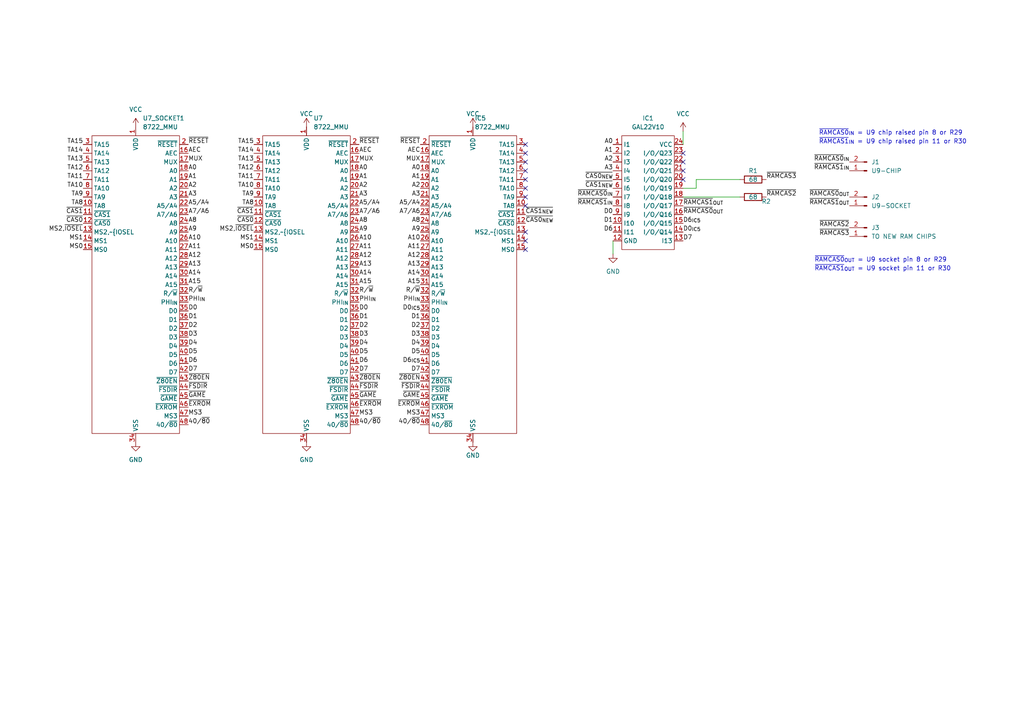
<source format=kicad_sch>
(kicad_sch (version 20211123) (generator eeschema)
  (paper "A4")
  (title_block (title "+256K C128 MMU RAM Expansion") (date "2022-06-22") (rev "1.1") (comment 3 "based on original design by Marko Makela") (comment 4 "Maciej Witkowiak"))
  (lib_symbols
    (symbol "C128_CHIPS:8722_MMU"
      (property "Reference" "U" (at -10.16 49.53 0))
      (property "Value" "8722_MMU" (at 0 0 0))
      (symbol "8722_MMU_0_1"
        (rectangle (start -12.7 48.26) (end 12.7 -38.1))
      )
      (symbol "8722_MMU_1_1"
        (pin power_in line (at 0 50.8 270) (length 2.54) (name "VDD") (number "1"))
        (pin tri_state line (at -15.24 27.94 0) (length 2.54) (name "TA8") (number "10"))
        (pin output line (at -15.24 25.4 0) (length 2.54) (name "~{CAS1}") (number "11"))
        (pin output line (at -15.24 22.86 0) (length 2.54) (name "~{CAS0}") (number "12"))
        (pin output line (at -15.24 20.32 0) (length 2.54) (name "MS2,~{IOSEL") (number "13"))
        (pin output line (at -15.24 17.78 0) (length 2.54) (name "MS1") (number "14"))
        (pin output line (at -15.24 15.24 0) (length 2.54) (name "MS0") (number "15"))
        (pin input line (at 15.24 43.18 180) (length 2.54) (name "AEC") (number "16"))
        (pin input line (at 15.24 40.64 180) (length 2.54) (name "MUX") (number "17"))
        (pin input line (at 15.24 38.1 180) (length 2.54) (name "A0") (number "18"))
        (pin input line (at 15.24 35.56 180) (length 2.54) (name "A1") (number "19"))
        (pin input line (at 15.24 45.72 180) (length 2.54) (name "~{RESET}") (number "2"))
        (pin input line (at 15.24 33.02 180) (length 2.54) (name "A2") (number "20"))
        (pin input line (at 15.24 30.48 180) (length 2.54) (name "A3") (number "21"))
        (pin input line (at 15.24 27.94 180) (length 2.54) (name "A5/A4") (number "22"))
        (pin input line (at 15.24 25.4 180) (length 2.54) (name "A7/A6") (number "23"))
        (pin input line (at 15.24 22.86 180) (length 2.54) (name "A8") (number "24"))
        (pin input line (at 15.24 20.32 180) (length 2.54) (name "A9") (number "25"))
        (pin input line (at 15.24 17.78 180) (length 2.54) (name "A10") (number "26"))
        (pin input line (at 15.24 15.24 180) (length 2.54) (name "A11") (number "27"))
        (pin input line (at 15.24 12.7 180) (length 2.54) (name "A12") (number "28"))
        (pin input line (at 15.24 10.16 180) (length 2.54) (name "A13") (number "29"))
        (pin tri_state line (at -15.24 45.72 0) (length 2.54) (name "TA15") (number "3"))
        (pin input line (at 15.24 7.62 180) (length 2.54) (name "A14") (number "30"))
        (pin input line (at 15.24 5.08 180) (length 2.54) (name "A15") (number "31"))
        (pin input line (at 15.24 2.54 180) (length 2.54) (name "R/~{W}") (number "32"))
        (pin input line (at 15.24 0 180) (length 2.54) (name "PHI_{IN}") (number "33"))
        (pin power_in line (at 0 -40.64 90) (length 2.54) (name "VSS") (number "34"))
        (pin bidirectional line (at 15.24 -2.54 180) (length 2.54) (name "D0") (number "35"))
        (pin bidirectional line (at 15.24 -5.08 180) (length 2.54) (name "D1") (number "36"))
        (pin bidirectional line (at 15.24 -7.62 180) (length 2.54) (name "D2") (number "37"))
        (pin bidirectional line (at 15.24 -10.16 180) (length 2.54) (name "D3") (number "38"))
        (pin bidirectional line (at 15.24 -12.7 180) (length 2.54) (name "D4") (number "39"))
        (pin tri_state line (at -15.24 43.18 0) (length 2.54) (name "TA14") (number "4"))
        (pin bidirectional line (at 15.24 -15.24 180) (length 2.54) (name "D5") (number "40"))
        (pin bidirectional line (at 15.24 -17.78 180) (length 2.54) (name "D6") (number "41"))
        (pin bidirectional line (at 15.24 -20.32 180) (length 2.54) (name "D7") (number "42"))
        (pin bidirectional line (at 15.24 -22.86 180) (length 2.54) (name "~{Z80EN}") (number "43"))
        (pin bidirectional line (at 15.24 -25.4 180) (length 2.54) (name "~{FSDIR}") (number "44"))
        (pin bidirectional line (at 15.24 -27.94 180) (length 2.54) (name "~{GAME}") (number "45"))
        (pin bidirectional line (at 15.24 -30.48 180) (length 2.54) (name "~{EXROM}") (number "46"))
        (pin bidirectional line (at 15.24 -33.02 180) (length 2.54) (name "MS3") (number "47"))
        (pin bidirectional line (at 15.24 -35.56 180) (length 2.54) (name "40/~{80}") (number "48"))
        (pin tri_state line (at -15.24 40.64 0) (length 2.54) (name "TA13") (number "5"))
        (pin tri_state line (at -15.24 38.1 0) (length 2.54) (name "TA12") (number "6"))
        (pin tri_state line (at -15.24 35.56 0) (length 2.54) (name "TA11") (number "7"))
        (pin tri_state line (at -15.24 33.02 0) (length 2.54) (name "TA10") (number "8"))
        (pin tri_state line (at -15.24 30.48 0) (length 2.54) (name "TA9") (number "9"))
      )
    )
    (symbol "C128_CHIPS:GAL22V10"
      (property "Reference" "U" (at 0 0 0))
      (property "Value" "GAL22V10" (at 2.54 -35.56 0))
      (symbol "GAL22V10_0_1"
        (rectangle (start -7.62 -1.27) (end 7.62 -34.29))
      )
      (symbol "GAL22V10_1_1"
        (pin input line (at -10.16 -3.81 0) (length 2.54) (name "I1") (number "1"))
        (pin input line (at -10.16 -26.67 0) (length 2.54) (name "I10") (number "10"))
        (pin input line (at -10.16 -29.21 0) (length 2.54) (name "I11") (number "11"))
        (pin power_in line (at -10.16 -31.75 0) (length 2.54) (name "GND") (number "12"))
        (pin input line (at 10.16 -31.75 180) (length 2.54) (name "I13") (number "13"))
        (pin bidirectional line (at 10.16 -29.21 180) (length 2.54) (name "I/O/Q14") (number "14"))
        (pin bidirectional line (at 10.16 -26.67 180) (length 2.54) (name "I/O/Q15") (number "15"))
        (pin bidirectional line (at 10.16 -24.13 180) (length 2.54) (name "I/O/Q16") (number "16"))
        (pin bidirectional line (at 10.16 -21.59 180) (length 2.54) (name "I/O/Q17") (number "17"))
        (pin bidirectional line (at 10.16 -19.05 180) (length 2.54) (name "I/O/Q18") (number "18"))
        (pin bidirectional line (at 10.16 -16.51 180) (length 2.54) (name "I/O/Q19") (number "19"))
        (pin input line (at -10.16 -6.35 0) (length 2.54) (name "I2") (number "2"))
        (pin bidirectional line (at 10.16 -13.97 180) (length 2.54) (name "I/O/Q20") (number "20"))
        (pin bidirectional line (at 10.16 -11.43 180) (length 2.54) (name "I/O/Q21") (number "21"))
        (pin bidirectional line (at 10.16 -8.89 180) (length 2.54) (name "I/O/Q22") (number "22"))
        (pin bidirectional line (at 10.16 -6.35 180) (length 2.54) (name "I/O/Q23") (number "23"))
        (pin power_in line (at 10.16 -3.81 180) (length 2.54) (name "VCC") (number "24"))
        (pin input line (at -10.16 -8.89 0) (length 2.54) (name "I3") (number "3"))
        (pin input line (at -10.16 -11.43 0) (length 2.54) (name "I4") (number "4"))
        (pin input line (at -10.16 -13.97 0) (length 2.54) (name "I5") (number "5"))
        (pin input line (at -10.16 -16.51 0) (length 2.54) (name "I6") (number "6"))
        (pin input line (at -10.16 -19.05 0) (length 2.54) (name "I7") (number "7"))
        (pin input line (at -10.16 -21.59 0) (length 2.54) (name "I8") (number "8"))
        (pin input line (at -10.16 -24.13 0) (length 2.54) (name "I9") (number "9"))
      )
    )
    (symbol "Connector:Conn_01x02_Male" (pin_names (offset 1.016) hide)
      (property "Reference" "J" (at 0 2.54 0))
      (property "Value" "Conn_01x02_Male" (at 0 -5.08 0))
      (symbol "Conn_01x02_Male_1_1"
        (polyline (pts (xy 1.27 -2.54) (xy 0.8636 -2.54)) (stroke (width 0.1524)))
        (polyline (pts (xy 1.27 0) (xy 0.8636 0)) (stroke (width 0.1524)))
        (rectangle (start 0.8636 -2.413) (end 0 -2.667) (stroke (width 0.1524)) (fill (type outline)))
        (rectangle (start 0.8636 0.127) (end 0 -0.127) (stroke (width 0.1524)) (fill (type outline)))
        (pin passive line (at 5.08 0 180) (length 3.81) (name "Pin_1") (number "1"))
        (pin passive line (at 5.08 -2.54 180) (length 3.81) (name "Pin_2") (number "2"))
      )
    )
    (symbol "Device:R" (pin_numbers hide) (pin_names (offset 0))
      (property "Reference" "R" (at 2.032 0 90))
      (property "Value" "R" (at 0 0 90))
      (symbol "R_0_1"
        (rectangle (start -1.016 -2.54) (end 1.016 2.54) (stroke (width 0.254)))
      )
      (symbol "R_1_1"
        (pin passive line (at 0 3.81 270) (length 1.27) (name "~") (number "1"))
        (pin passive line (at 0 -3.81 90) (length 1.27) (name "~") (number "2"))
      )
    )
    (symbol "power:GND" (power) (pin_names (offset 0))
      (property "Value" "GND" (at 0 -3.81 0))
      (symbol "GND_0_1"
        (polyline (pts (xy 0 0) (xy 0 -1.27) (xy 1.27 -1.27) (xy 0 -2.54) (xy -1.27 -1.27) (xy 0 -1.27)))
      )
      (symbol "GND_1_1"
        (pin power_in line (at 0 0 270) (length 0) hide (name "GND") (number "1"))
      )
    )
    (symbol "power:VCC" (power) (pin_names (offset 0))
      (property "Value" "VCC" (at 0 3.81 0))
      (symbol "VCC_0_1"
        (polyline (pts (xy -0.762 1.27) (xy 0 2.54)))
        (polyline (pts (xy 0 0) (xy 0 2.54)))
        (polyline (pts (xy 0 2.54) (xy 0.762 1.27)))
      )
      (symbol "VCC_1_1"
        (pin power_in line (at 0 0 90) (length 0) hide (name "VCC") (number "1"))
      )
    )
  )
  (no_connect (at 198.12 52.07))
  (no_connect (at 198.12 49.53))
  (no_connect (at 198.12 46.99))
  (no_connect (at 198.12 44.45))
  (no_connect (at 152.4 52.07))
  (no_connect (at 152.4 44.45))
  (no_connect (at 152.4 41.91))
  (no_connect (at 152.4 46.99))
  (no_connect (at 152.4 72.39))
  (no_connect (at 152.4 69.85))
  (no_connect (at 152.4 67.31))
  (no_connect (at 152.4 59.69))
  (no_connect (at 152.4 57.15))
  (no_connect (at 152.4 54.61))
  (no_connect (at 152.4 49.53))
  (wire (pts (xy 198.12 54.61) (xy 201.93 54.61)))
  (wire (pts (xy 201.93 52.07) (xy 214.63 52.07)))
  (wire (pts (xy 201.93 54.61) (xy 201.93 52.07)))
  (wire (pts (xy 177.8 69.85) (xy 177.8 73.66)))
  (wire (pts (xy 198.12 38.1) (xy 198.12 41.91)))
  (wire (pts (xy 198.12 57.15) (xy 214.63 57.15)))
  (text "~{RAMCAS1}_{OUT} = U9 socket pin 11 or R30" (at 236.22 78.74 0) (effects (font (size 1.27 1.27)) (justify left bottom)))
  (text "~{RAMCAS0}_{OUT} = U9 socket pin 8 or R29" (at 236.22 76.2 0) (effects (font (size 1.27 1.27)) (justify left bottom)))
  (text "~{RAMCAS1}_{IN} = U9 chip raised pin 11 or R30" (at 237.49 41.91 0) (effects (font (size 1.27 1.27)) (justify left bottom)))
  (text "~{RAMCAS0}_{IN} = U9 chip raised pin 8 or R29" (at 237.49 39.37 0) (effects (font (size 1.27 1.27)) (justify left bottom)))
  (label "A12" (at 54.61 74.93 0))
  (label "A0" (at 177.8 41.91 180))
  (label "TA12" (at 73.66 49.53 180))
  (label "D1" (at 121.92 92.71 180))
  (label "MS0" (at 24.13 72.39 180))
  (label "D2" (at 121.92 95.25 180))
  (label "~{CAS1_{NEW}}" (at 177.8 54.61 180))
  (label "D0_{IC5}" (at 121.92 90.17 180))
  (label "TA9" (at 73.66 57.15 180))
  (label "~{CAS0}" (at 24.13 64.77 180))
  (label "~{Z80EN}" (at 121.92 110.49 180))
  (label "MUX" (at 104.14 46.99 0))
  (label "D1" (at 177.8 64.77 180))
  (label "TA13" (at 24.13 46.99 180))
  (label "40{slash}~{80}" (at 121.92 123.19 180))
  (label "A8" (at 54.61 64.77 0))
  (label "AEC" (at 54.61 44.45 0))
  (label "D4" (at 104.14 100.33 0))
  (label "D3" (at 104.14 97.79 0))
  (label "A15" (at 54.61 82.55 0))
  (label "D2" (at 54.61 95.25 0))
  (label "D3" (at 54.61 97.79 0))
  (label "~{RAMCAS1}_{IN}" (at 177.8 59.69 180))
  (label "A10" (at 104.14 69.85 0))
  (label "PHI_{IN}" (at 54.61 87.63 0))
  (label "A2" (at 177.8 46.99 180))
  (label "~{RAMCAS3}" (at 222.25 52.07 0))
  (label "TA14" (at 24.13 44.45 180))
  (label "D7" (at 121.92 107.95 180))
  (label "D5" (at 54.61 102.87 0))
  (label "R{slash}~{W}" (at 54.61 85.09 0))
  (label "TA8" (at 24.13 59.69 180))
  (label "MUX" (at 54.61 46.99 0))
  (label "TA10" (at 24.13 54.61 180))
  (label "TA15" (at 73.66 41.91 180))
  (label "A3" (at 121.92 57.15 180))
  (label "40{slash}~{80}" (at 54.61 123.19 0))
  (label "A14" (at 54.61 80.01 0))
  (label "~{CAS1}" (at 24.13 62.23 180))
  (label "A12" (at 104.14 74.93 0))
  (label "D6" (at 177.8 67.31 180))
  (label "MS3" (at 104.14 120.65 0))
  (label "D7" (at 104.14 107.95 0))
  (label "~{EXROM}" (at 54.61 118.11 0))
  (label "~{RAMCAS0}_{OUT}" (at 198.12 62.23 0))
  (label "TA9" (at 24.13 57.15 180))
  (label "AEC" (at 121.92 44.45 180))
  (label "D6_{IC5}" (at 121.92 105.41 180))
  (label "~{RESET}" (at 121.92 41.91 180))
  (label "~{RAMCAS1}_{IN}" (at 246.38 49.53 180))
  (label "D1" (at 104.14 92.71 0))
  (label "~{RAMCAS0}_{IN}" (at 246.38 46.99 180))
  (label "A1" (at 177.8 44.45 180))
  (label "~{RAMCAS0}_{IN}" (at 177.8 57.15 180))
  (label "D0" (at 177.8 62.23 180))
  (label "~{FSDIR}" (at 54.61 113.03 0))
  (label "A9" (at 54.61 67.31 0))
  (label "TA13" (at 73.66 46.99 180))
  (label "PHI_{IN}" (at 121.92 87.63 180))
  (label "~{RAMCAS2}" (at 246.38 66.04 180))
  (label "TA8" (at 73.66 59.69 180))
  (label "~{GAME}" (at 104.14 115.57 0))
  (label "A14" (at 121.92 80.01 180))
  (label "R{slash}~{W}" (at 121.92 85.09 180))
  (label "~{RAMCAS1}_{OUT}" (at 246.38 59.69 180))
  (label "A0" (at 121.92 49.53 180))
  (label "PHI_{IN}" (at 104.14 87.63 0))
  (label "TA12" (at 24.13 49.53 180))
  (label "~{CAS0_{NEW}}" (at 152.4 64.77 0))
  (label "MS0" (at 73.66 72.39 180))
  (label "A3" (at 54.61 57.15 0))
  (label "A11" (at 104.14 72.39 0))
  (label "A14" (at 104.14 80.01 0))
  (label "A8" (at 121.92 64.77 180))
  (label "~{FSDIR}" (at 121.92 113.03 180))
  (label "A2" (at 54.61 54.61 0))
  (label "A1" (at 104.14 52.07 0))
  (label "TA11" (at 24.13 52.07 180))
  (label "A7{slash}A6" (at 121.92 62.23 180))
  (label "MS3" (at 121.92 120.65 180))
  (label "D7" (at 54.61 107.95 0))
  (label "A9" (at 104.14 67.31 0))
  (label "D3" (at 121.92 97.79 180))
  (label "TA15" (at 24.13 41.91 180))
  (label "A15" (at 104.14 82.55 0))
  (label "~{CAS0}" (at 73.66 64.77 180))
  (label "A0" (at 54.61 49.53 0))
  (label "A2" (at 104.14 54.61 0))
  (label "TA14" (at 73.66 44.45 180))
  (label "D5" (at 121.92 102.87 180))
  (label "A3" (at 177.8 49.53 180))
  (label "D4" (at 121.92 100.33 180))
  (label "A5{slash}A4" (at 121.92 59.69 180))
  (label "A11" (at 121.92 72.39 180))
  (label "~{CAS1}" (at 73.66 62.23 180))
  (label "A10" (at 54.61 69.85 0))
  (label "D2" (at 104.14 95.25 0))
  (label "A9" (at 121.92 67.31 180))
  (label "D0" (at 104.14 90.17 0))
  (label "D6" (at 54.61 105.41 0))
  (label "MS1" (at 24.13 69.85 180))
  (label "A0" (at 104.14 49.53 0))
  (label "R{slash}~{W}" (at 104.14 85.09 0))
  (label "~{RAMCAS2}" (at 222.25 57.15 0))
  (label "A13" (at 54.61 77.47 0))
  (label "TA10" (at 73.66 54.61 180))
  (label "A12" (at 121.92 74.93 180))
  (label "MUX" (at 121.92 46.99 180))
  (label "~{EXROM}" (at 104.14 118.11 0))
  (label "~{Z80EN}" (at 104.14 110.49 0))
  (label "A5{slash}A4" (at 54.61 59.69 0))
  (label "~{FSDIR}" (at 104.14 113.03 0))
  (label "~{RESET}" (at 104.14 41.91 0))
  (label "TA11" (at 73.66 52.07 180))
  (label "MS2,~{IOSEL}" (at 24.13 67.31 180))
  (label "MS2,~{IOSEL}" (at 73.66 67.31 180))
  (label "D6_{IC5}" (at 198.12 64.77 0))
  (label "D1" (at 54.61 92.71 0))
  (label "A13" (at 104.14 77.47 0))
  (label "AEC" (at 104.14 44.45 0))
  (label "A7{slash}A6" (at 104.14 62.23 0))
  (label "~{RESET}" (at 54.61 41.91 0))
  (label "A8" (at 104.14 64.77 0))
  (label "D0_{IC5}" (at 198.12 67.31 0))
  (label "~{RAMCAS0}_{OUT}" (at 246.38 57.15 180))
  (label "~{EXROM}" (at 121.92 118.11 180))
  (label "MS1" (at 73.66 69.85 180))
  (label "~{GAME}" (at 54.61 115.57 0))
  (label "D4" (at 54.61 100.33 0))
  (label "A15" (at 121.92 82.55 180))
  (label "40{slash}~{80}" (at 104.14 123.19 0))
  (label "A2" (at 121.92 54.61 180))
  (label "A3" (at 104.14 57.15 0))
  (label "~{CAS1_{NEW}}" (at 152.4 62.23 0))
  (label "D6" (at 104.14 105.41 0))
  (label "D0" (at 54.61 90.17 0))
  (label "A11" (at 54.61 72.39 0))
  (label "A10" (at 121.92 69.85 180))
  (label "~{Z80EN}" (at 54.61 110.49 0))
  (label "A1" (at 121.92 52.07 180))
  (label "D7" (at 198.12 69.85 0))
  (label "~{RAMCAS1}_{OUT}" (at 198.12 59.69 0))
  (label "A13" (at 121.92 77.47 180))
  (label "D5" (at 104.14 102.87 0))
  (label "~{GAME}" (at 121.92 115.57 180))
  (label "A1" (at 54.61 52.07 0))
  (label "A7{slash}A6" (at 54.61 62.23 0))
  (label "~{CAS0_{NEW}}" (at 177.8 52.07 180))
  (label "~{RAMCAS3}" (at 246.38 68.58 180))
  (label "A5{slash}A4" (at 104.14 59.69 0))
  (label "MS3" (at 54.61 120.65 0))
  (symbol (lib_id "C128_CHIPS:8722_MMU") (at 137.16 87.63 0) (mirror y) (unit 1)
    (property "Reference" "IC5" (at 137.6806 34.29 0) (effects (justify right)))
    (property "Value" "8722_MMU" (at 137.6806 36.83 0) (effects (justify right)))
    (property "Footprint" "Package_DIP:DIP-48_W15.24mm_Socket" (effects hide))
    (property "Datasheet" "https://myoldcomputer.nl/Files/Datasheet/MOS8722.pdf" (effects hide))
  )
  (symbol (lib_id "Connector:Conn_01x02_Male") (at 251.46 68.58 180) (unit 1)
    (property "Reference" "J3" (at 252.73 66.0399 0) (effects (justify right)))
    (property "Value" "TO NEW RAM CHIPS" (at 252.73 68.5799 0) (effects (justify right)))
    (property "Footprint" "Connector_PinHeader_2.54mm:PinHeader_1x02_P2.54mm_Vertical" (effects hide))
  )
  (symbol (lib_id "Connector:Conn_01x02_Male") (at 251.46 59.69 180) (unit 1)
    (property "Reference" "J2" (at 252.73 57.1499 0) (effects (justify right)))
    (property "Value" "U9-SOCKET" (at 252.73 59.6899 0) (effects (justify right)))
    (property "Footprint" "Connector_PinHeader_2.54mm:PinHeader_1x02_P2.54mm_Vertical" (effects hide))
  )
  (symbol (lib_id "Device:R") (at 218.44 57.15 90) (unit 1)
    (property "Reference" "R2" (at 222.25 58.42 90))
    (property "Value" "68" (at 218.44 57.15 90))
    (property "Footprint" "Resistor_THT:R_Axial_DIN0207_L6.3mm_D2.5mm_P10.16mm_Horizontal" (effects hide))
  )
  (symbol (lib_id "power:VCC") (at 198.12 38.1 0) (unit 1)
    (property "Reference" "#PWR0101" (effects hide))
    (property "Value" "VCC" (at 198.12 33.02 0))
  )
  (symbol (lib_id "power:VCC") (at 39.37 36.83 0) (unit 1)
    (property "Reference" "#PWR03" (effects hide))
    (property "Value" "VCC" (at 39.37 31.75 0))
  )
  (symbol (lib_id "Connector:Conn_01x02_Male") (at 251.46 49.53 180) (unit 1)
    (property "Reference" "J1" (at 252.73 46.9899 0) (effects (justify right)))
    (property "Value" "U9-CHIP" (at 252.73 49.5299 0) (effects (justify right)))
    (property "Footprint" "Connector_PinHeader_2.54mm:PinHeader_1x02_P2.54mm_Vertical" (effects hide))
  )
  (symbol (lib_id "C128_CHIPS:8722_MMU") (at 39.37 87.63 0) (unit 1)
    (property "Reference" "U7_SOCKET1" (at 41.3894 34.29 0) (effects (justify left)))
    (property "Value" "8722_MMU" (at 41.3894 36.83 0) (effects (justify left)))
    (property "Footprint" "Package_DIP:DIP-48_W15.24mm" (effects hide))
    (property "Datasheet" "https://myoldcomputer.nl/Files/Datasheet/MOS8722.pdf" (effects hide))
  )
  (symbol (lib_id "power:GND") (at 177.8 73.66 0) (unit 1)
    (property "Reference" "#PWR0102" (effects hide))
    (property "Value" "GND" (at 177.8 78.74 0))
  )
  (symbol (lib_id "power:VCC") (at 137.16 36.83 0) (unit 1)
    (property "Reference" "#PWR011" (effects hide))
    (property "Value" "VCC" (at 137.16 33.02 0))
  )
  (symbol (lib_id "power:GND") (at 39.37 128.27 0) (unit 1)
    (property "Reference" "#PWR04" (effects hide))
    (property "Value" "GND" (at 39.37 133.35 0))
  )
  (symbol (lib_id "power:GND") (at 137.16 128.27 0) (unit 1)
    (property "Reference" "#PWR012" (effects hide))
    (property "Value" "GND" (at 137.16 132.08 0))
  )
  (symbol (lib_id "Device:R") (at 218.44 52.07 90) (unit 1)
    (property "Reference" "R1" (at 218.44 49.53 90))
    (property "Value" "68" (at 218.44 52.07 90))
    (property "Footprint" "Resistor_THT:R_Axial_DIN0207_L6.3mm_D2.5mm_P10.16mm_Horizontal" (effects hide))
  )
  (symbol (lib_id "power:GND") (at 88.9 128.27 0) (unit 1)
    (property "Reference" "#PWR010" (effects hide))
    (property "Value" "GND" (at 88.9 133.35 0))
  )
  (symbol (lib_id "C128_CHIPS:GAL22V10") (at 187.96 38.1 0) (unit 1)
    (property "Reference" "IC1" (at 187.96 34.29 0))
    (property "Value" "GAL22V10" (at 187.96 36.83 0))
    (property "Footprint" "Package_DIP:DIP-24_W7.62mm_Socket" (effects hide))
  )
  (symbol (lib_id "C128_CHIPS:8722_MMU") (at 88.9 87.63 0) (unit 1)
    (property "Reference" "U7" (at 90.9194 34.29 0) (effects (justify left)))
    (property "Value" "8722_MMU" (at 90.9194 36.83 0) (effects (justify left)))
    (property "Footprint" "Package_DIP:DIP-48_W15.24mm_Socket" (effects hide))
    (property "Datasheet" "https://myoldcomputer.nl/Files/Datasheet/MOS8722.pdf" (effects hide))
  )
  (symbol (lib_id "power:VCC") (at 88.9 36.83 0) (unit 1)
    (property "Reference" "#PWR09" (effects hide))
    (property "Value" "VCC" (at 88.9 33.02 0))
  )
)
</source>
